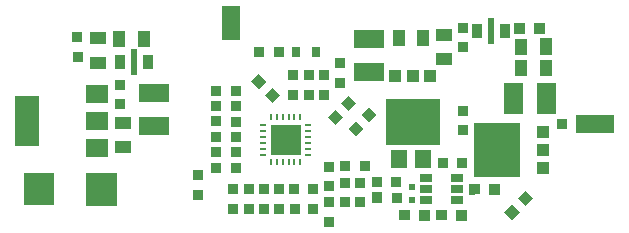
<source format=gbr>
%FSLAX34Y34*%
%MOMM*%
%LNSMDMASK_TOP*%
G71*
G01*
%ADD10R,0.900X0.900*%
%ADD11R,1.900X1.500*%
%ADD12R,2.100X4.200*%
%ADD13R,2.600X2.790*%
%ADD14R,2.600X1.600*%
%ADD15R,1.400X1.100*%
%ADD16R,0.800X0.900*%
%ADD17R,1.100X0.700*%
%ADD18R,0.600X0.600*%
%ADD19R,1.400X1.600*%
%ADD20R,1.100X1.400*%
%ADD21R,1.500X3.000*%
%ADD22R,0.250X0.600*%
%ADD23R,0.600X0.250*%
%ADD24R,2.600X2.600*%
%ADD25R,1.000X1.120*%
%ADD26R,4.600X3.900*%
%ADD27R,1.120X1.000*%
%ADD28R,3.900X4.600*%
%ADD29R,0.900X1.200*%
%ADD30R,0.600X2.200*%
%ADD31R,3.200X1.500*%
%LPD*%
X329916Y844025D02*
G54D10*
D03*
X330016Y827325D02*
G54D10*
D03*
X146257Y956200D02*
G54D10*
D03*
X146157Y972900D02*
G54D10*
D03*
X328900Y941000D02*
G54D10*
D03*
X329000Y924300D02*
G54D10*
D03*
X341900Y941000D02*
G54D10*
D03*
X342000Y924300D02*
G54D10*
D03*
X354900Y941000D02*
G54D10*
D03*
X355000Y924300D02*
G54D10*
D03*
G36*
X382353Y917149D02*
X375996Y910778D01*
X369625Y917135D01*
X375982Y923506D01*
X382353Y917149D01*
G37*
G36*
X370615Y905274D02*
X364261Y898899D01*
X357887Y905252D01*
X364240Y911627D01*
X370615Y905274D01*
G37*
X162357Y925014D02*
G54D11*
D03*
X162457Y902014D02*
G54D11*
D03*
X162457Y879014D02*
G54D11*
D03*
X103757Y901914D02*
G54D12*
D03*
X113452Y843971D02*
G54D13*
D03*
G36*
X153252Y857921D02*
X179252Y857921D01*
X179252Y830021D01*
X153252Y830021D01*
X153252Y857921D01*
G37*
X211256Y925791D02*
G54D14*
D03*
X211256Y897791D02*
G54D14*
D03*
X184762Y879869D02*
G54D15*
D03*
X184762Y900469D02*
G54D15*
D03*
X163210Y971797D02*
G54D15*
D03*
X163210Y951197D02*
G54D15*
D03*
X317000Y844000D02*
G54D10*
D03*
X316900Y827300D02*
G54D10*
D03*
X368600Y950800D02*
G54D10*
D03*
X368500Y934100D02*
G54D10*
D03*
X331400Y960100D02*
G54D16*
D03*
X348100Y960000D02*
G54D16*
D03*
X300121Y960104D02*
G54D10*
D03*
X316821Y960004D02*
G54D10*
D03*
X277700Y827500D02*
G54D10*
D03*
X277800Y844200D02*
G54D10*
D03*
X359247Y846600D02*
G54D10*
D03*
X359347Y863300D02*
G54D10*
D03*
X345648Y844100D02*
G54D10*
D03*
X345548Y827400D02*
G54D10*
D03*
X359347Y816300D02*
G54D10*
D03*
X359447Y833000D02*
G54D10*
D03*
X372747Y849700D02*
G54D10*
D03*
X372647Y833000D02*
G54D10*
D03*
X389548Y863500D02*
G54D10*
D03*
X372848Y863600D02*
G54D10*
D03*
X385747Y849700D02*
G54D10*
D03*
X385647Y833000D02*
G54D10*
D03*
X399348Y850500D02*
G54D10*
D03*
X416048Y850400D02*
G54D10*
D03*
G36*
X395147Y841400D02*
X404147Y841401D01*
X404148Y832401D01*
X395148Y832400D01*
X395147Y841400D01*
G37*
X416347Y836800D02*
G54D10*
D03*
X467862Y853774D02*
G54D17*
D03*
X467862Y834774D02*
G54D17*
D03*
X440862Y853774D02*
G54D17*
D03*
X440862Y834774D02*
G54D17*
D03*
X440862Y844274D02*
G54D17*
D03*
X467862Y844274D02*
G54D17*
D03*
X429262Y846150D02*
G54D18*
D03*
X429262Y835050D02*
G54D18*
D03*
X418143Y869712D02*
G54D19*
D03*
X438743Y869712D02*
G54D19*
D03*
G36*
X477796Y848697D02*
X486796Y848703D01*
X486803Y839703D01*
X477803Y839697D01*
X477796Y848697D01*
G37*
G36*
X494499Y848599D02*
X503499Y848601D01*
X503501Y839601D01*
X494501Y839599D01*
X494499Y848599D01*
G37*
X472100Y866400D02*
G54D10*
D03*
X455400Y866500D02*
G54D10*
D03*
G36*
X418593Y826693D02*
X427593Y826707D01*
X427607Y817707D01*
X418607Y817693D01*
X418593Y826693D01*
G37*
G36*
X435293Y826593D02*
X444293Y826607D01*
X444307Y817607D01*
X435307Y817593D01*
X435293Y826593D01*
G37*
G36*
X450097Y826697D02*
X459097Y826703D01*
X459103Y817703D01*
X450103Y817697D01*
X450097Y826697D01*
G37*
G36*
X466799Y826600D02*
X475799Y826601D01*
X475801Y817601D01*
X466801Y817600D01*
X466799Y826600D01*
G37*
X182475Y915974D02*
G54D10*
D03*
X182575Y932674D02*
G54D10*
D03*
X202112Y971250D02*
G54D20*
D03*
X181512Y971250D02*
G54D20*
D03*
X263700Y862500D02*
G54D10*
D03*
X280400Y862400D02*
G54D10*
D03*
X280400Y875500D02*
G54D10*
D03*
X263700Y875600D02*
G54D10*
D03*
X280400Y888500D02*
G54D10*
D03*
X263700Y888600D02*
G54D10*
D03*
X280400Y901500D02*
G54D10*
D03*
X263700Y901600D02*
G54D10*
D03*
X280400Y914500D02*
G54D10*
D03*
X263700Y914600D02*
G54D10*
D03*
X280400Y927500D02*
G54D10*
D03*
X263700Y927600D02*
G54D10*
D03*
X248491Y856091D02*
G54D10*
D03*
X248391Y839391D02*
G54D10*
D03*
X276500Y984500D02*
G54D21*
D03*
X334900Y905000D02*
G54D22*
D03*
X334900Y867000D02*
G54D22*
D03*
X329900Y905000D02*
G54D22*
D03*
X329900Y867000D02*
G54D22*
D03*
X324900Y905000D02*
G54D22*
D03*
X324900Y867000D02*
G54D22*
D03*
X319900Y905000D02*
G54D22*
D03*
X319900Y867000D02*
G54D22*
D03*
X314900Y905000D02*
G54D22*
D03*
X314900Y867000D02*
G54D22*
D03*
X309900Y905000D02*
G54D22*
D03*
X309900Y867000D02*
G54D22*
D03*
X341400Y898500D02*
G54D23*
D03*
X303400Y898500D02*
G54D23*
D03*
X341400Y893500D02*
G54D23*
D03*
X303400Y893500D02*
G54D23*
D03*
X341400Y888500D02*
G54D23*
D03*
X303400Y888500D02*
G54D23*
D03*
X341400Y883500D02*
G54D23*
D03*
X303400Y883500D02*
G54D23*
D03*
X341400Y878500D02*
G54D23*
D03*
X303400Y878500D02*
G54D23*
D03*
X341400Y873500D02*
G54D23*
D03*
X303400Y873500D02*
G54D23*
D03*
X322400Y886000D02*
G54D24*
D03*
X291000Y844086D02*
G54D10*
D03*
X291100Y827386D02*
G54D10*
D03*
X304001Y844086D02*
G54D10*
D03*
X304101Y827386D02*
G54D10*
D03*
G36*
X299617Y941733D02*
X305977Y935365D01*
X299610Y929005D01*
X293249Y935372D01*
X299617Y941733D01*
G37*
G36*
X311504Y929995D02*
X317857Y923619D01*
X311481Y917267D01*
X305129Y923642D01*
X311504Y929995D01*
G37*
G36*
X375293Y895277D02*
X381646Y901653D01*
X388021Y895300D01*
X381669Y888925D01*
X375293Y895277D01*
G37*
G36*
X387031Y907162D02*
X393389Y913532D01*
X399759Y907174D01*
X393402Y900804D01*
X387031Y907162D01*
G37*
X542481Y946400D02*
G54D20*
D03*
X521881Y946400D02*
G54D20*
D03*
X542550Y964999D02*
G54D20*
D03*
X521950Y964999D02*
G54D20*
D03*
X572800Y899300D02*
G54D10*
D03*
X556100Y899200D02*
G54D10*
D03*
G36*
X507717Y824475D02*
X514075Y830845D01*
X520445Y824488D01*
X514088Y818117D01*
X507717Y824475D01*
G37*
G36*
X519455Y836355D02*
X525814Y842724D01*
X532183Y836365D01*
X525824Y829996D01*
X519455Y836355D01*
G37*
G36*
X515993Y984993D02*
X524993Y985007D01*
X525007Y976007D01*
X516007Y975993D01*
X515993Y984993D01*
G37*
G36*
X532693Y984893D02*
X541693Y984907D01*
X541707Y975907D01*
X532707Y975893D01*
X532693Y984893D01*
G37*
X445000Y940000D02*
G54D25*
D03*
X429900Y940000D02*
G54D25*
D03*
X414800Y940000D02*
G54D25*
D03*
X429900Y901100D02*
G54D25*
D03*
X438705Y972567D02*
G54D20*
D03*
X418106Y972567D02*
G54D20*
D03*
X456090Y974914D02*
G54D15*
D03*
X456089Y954314D02*
G54D15*
D03*
X472300Y894000D02*
G54D10*
D03*
X472200Y910700D02*
G54D10*
D03*
X429900Y901100D02*
G54D26*
D03*
X472831Y980883D02*
G54D10*
D03*
X472731Y964183D02*
G54D10*
D03*
X438743Y869712D02*
G54D19*
D03*
X540512Y862552D02*
G54D27*
D03*
X540512Y877652D02*
G54D27*
D03*
X540512Y892752D02*
G54D27*
D03*
X501612Y877652D02*
G54D27*
D03*
X501612Y877652D02*
G54D28*
D03*
X484781Y978328D02*
G54D29*
D03*
X507781Y978328D02*
G54D29*
D03*
X496281Y978328D02*
G54D30*
D03*
X584300Y899000D02*
G54D31*
D03*
X456090Y974915D02*
G54D15*
D03*
X542550Y965099D02*
G54D20*
D03*
X482300Y844200D02*
G54D10*
D03*
X329000Y924300D02*
G54D10*
D03*
X342000Y924300D02*
G54D10*
D03*
X355000Y924300D02*
G54D10*
D03*
X182518Y951658D02*
G54D29*
D03*
X205518Y951658D02*
G54D29*
D03*
X194018Y951658D02*
G54D30*
D03*
X163210Y951197D02*
G54D15*
D03*
X181512Y971250D02*
G54D20*
D03*
G36*
X506981Y934000D02*
X522981Y934000D01*
X522982Y908000D01*
X506982Y908000D01*
X506981Y934000D01*
G37*
G36*
X534981Y934000D02*
X550981Y934000D01*
X550982Y908000D01*
X534982Y908000D01*
X534981Y934000D01*
G37*
X392756Y943190D02*
G54D14*
D03*
X392756Y971191D02*
G54D14*
D03*
X368500Y934100D02*
G54D10*
D03*
M02*

</source>
